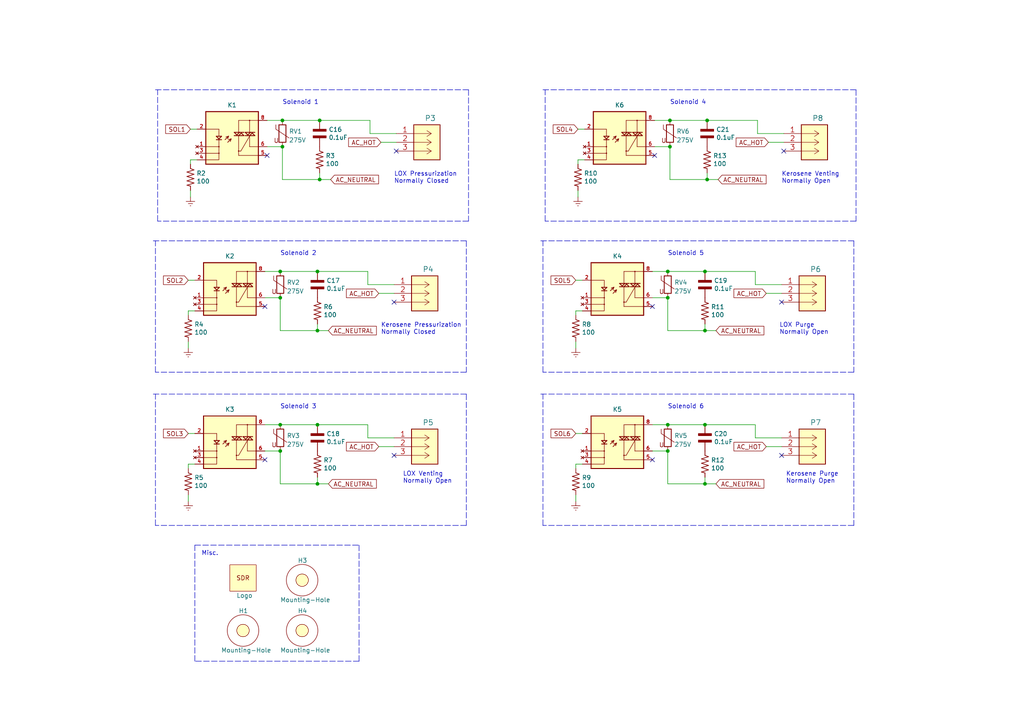
<source format=kicad_sch>
(kicad_sch (version 20211123) (generator eeschema)
  (paper "A4")
  (title_block (title "Solenoids") (date "2021-12-25") (rev "1.0"))
  (lib_symbols
    (symbol "L0005-Valve-Controller:647676-3" (pin_names (offset 0.254) hide)
      (property "Reference" "P" (at 6.35 5.08 0))
      (symbol "647676-3_0_0"
        (rectangle (start 5.08 2.54) (end 12.7 -7.62) (stroke (width 0.254)) (fill (type background)))
      )
      (symbol "647676-3_1_1"
        (polyline (pts (xy 5.08 -7.62) (xy 12.7 -7.62)) (stroke (width 0.127)))
        (polyline (pts (xy 5.08 2.54) (xy 5.08 -7.62)) (stroke (width 0.127)))
        (polyline (pts (xy 10.16 -5.08) (xy 5.08 -5.08)) (stroke (width 0.127)))
        (polyline (pts (xy 10.16 -5.08) (xy 8.89 -5.9182)) (stroke (width 0.127)))
        (polyline (pts (xy 10.16 -5.08) (xy 8.89 -4.2418)) (stroke (width 0.127)))
        (polyline (pts (xy 10.16 -2.54) (xy 5.08 -2.54)) (stroke (width 0.127)))
        (polyline (pts (xy 10.16 -2.54) (xy 8.89 -3.3782)) (stroke (width 0.127)))
        (polyline (pts (xy 10.16 -2.54) (xy 8.89 -1.7018)) (stroke (width 0.127)))
        (polyline (pts (xy 10.16 0) (xy 5.08 0)) (stroke (width 0.127)))
        (polyline (pts (xy 10.16 0) (xy 8.89 -0.8382)) (stroke (width 0.127)))
        (polyline (pts (xy 10.16 0) (xy 8.89 0.8382)) (stroke (width 0.127)))
        (polyline (pts (xy 12.7 -7.62) (xy 12.7 2.54)) (stroke (width 0.127)))
        (polyline (pts (xy 12.7 2.54) (xy 5.08 2.54)) (stroke (width 0.127)))
        (pin passive line (at 0 0 0) (length 5.08) (name "1") (number "1"))
        (pin passive line (at 0 -2.54 0) (length 5.08) (name "2") (number "2"))
        (pin passive line (at 0 -5.08 0) (length 5.08) (name "3") (number "3"))
      )
    )
    (symbol "L0005-Valve-Controller:AQH0223AX" (pin_names (offset 1.016) hide)
      (property "Reference" "K" (at -7.62 8.382 0))
      (symbol "AQH0223AX_0_0"
        (rectangle (start -7.62 7.62) (end 7.62 -7.62) (stroke (width 0.254)) (fill (type background)))
        (circle (center -3.81 -4.445) (radius 0.127) (stroke (width 0.1524)))
        (circle (center -3.81 -2.54) (radius 0.127) (stroke (width 0.1524)))
        (polyline (pts (xy -7.62 -7.62) (xy 7.62 -7.62)) (stroke (width 0.254)))
        (polyline (pts (xy -7.62 2.54) (xy -3.81 2.54)) (stroke (width 0.1524)))
        (polyline (pts (xy -7.62 7.62) (xy -7.62 -7.62)) (stroke (width 0.254)))
        (polyline (pts (xy -4.572 -0.508) (xy -3.81 -0.508)) (stroke (width 0.254)))
        (polyline (pts (xy -4.572 0.4826) (xy -3.81 -0.2794)) (stroke (width 0.254)))
        (polyline (pts (xy -3.81 -2.54) (xy -7.62 -2.54)) (stroke (width 0.1524)))
        (polyline (pts (xy -3.81 -0.508) (xy -3.81 -2.54)) (stroke (width 0.1524)))
        (polyline (pts (xy -3.81 -0.508) (xy -3.048 -0.508)) (stroke (width 0.254)))
        (polyline (pts (xy -3.81 -0.2794) (xy -3.048 0.4826)) (stroke (width 0.254)))
        (polyline (pts (xy -3.81 0.4826) (xy -4.572 0.4826)) (stroke (width 0.254)))
        (polyline (pts (xy -3.81 0.4826) (xy -3.048 0.4826)) (stroke (width 0.254)))
        (polyline (pts (xy -3.81 2.54) (xy -3.81 0.4826)) (stroke (width 0.1524)))
        (polyline (pts (xy -2.032 -0.508) (xy -1.016 0.508)) (stroke (width 0.2032)))
        (polyline (pts (xy -1.27 -1.27) (xy -0.254 -0.254)) (stroke (width 0.2032)))
        (polyline (pts (xy -1.016 0.508) (xy -1.778 0.254)) (stroke (width 0.2032)))
        (polyline (pts (xy -1.016 0.508) (xy -1.27 -0.254)) (stroke (width 0.2032)))
        (polyline (pts (xy -0.254 -0.254) (xy -1.016 -0.508)) (stroke (width 0.2032)))
        (polyline (pts (xy -0.254 -0.254) (xy -0.508 -1.016)) (stroke (width 0.2032)))
        (polyline (pts (xy 0.6096 0.6604) (xy 1.905 0.6604)) (stroke (width 0.254)))
        (polyline (pts (xy 0.635 1.6256) (xy 1.397 0.8636)) (stroke (width 0.254)))
        (polyline (pts (xy 1.397 0.8636) (xy 2.159 1.6256)) (stroke (width 0.254)))
        (polyline (pts (xy 1.905 0.508) (xy 1.905 -5.08)) (stroke (width 0.1524)))
        (polyline (pts (xy 1.905 0.6604) (xy 3.429 0.6604)) (stroke (width 0.254)))
        (polyline (pts (xy 1.905 5.08) (xy 1.905 1.778)) (stroke (width 0.1524)))
        (polyline (pts (xy 1.905 5.08) (xy 5.08 5.08)) (stroke (width 0.1524)))
        (polyline (pts (xy 2.159 1.6256) (xy 0.635 1.6256)) (stroke (width 0.254)))
        (polyline (pts (xy 2.159 1.6256) (xy 3.429 1.6256)) (stroke (width 0.254)))
        (polyline (pts (xy 2.54 -3.81) (xy 1.905 -3.81)) (stroke (width 0.1524)))
        (polyline (pts (xy 2.667 1.4224) (xy 1.905 0.6604)) (stroke (width 0.254)))
        (polyline (pts (xy 3.429 0.6604) (xy 2.667 1.4224)) (stroke (width 0.254)))
        (polyline (pts (xy 3.7846 0.6604) (xy 5.08 0.6604)) (stroke (width 0.254)))
        (polyline (pts (xy 3.81 1.6256) (xy 4.572 0.8636)) (stroke (width 0.254)))
        (polyline (pts (xy 4.572 0.8636) (xy 5.334 1.6256)) (stroke (width 0.254)))
        (polyline (pts (xy 5.08 -2.54) (xy 7.62 -2.54)) (stroke (width 0.1524)))
        (polyline (pts (xy 5.08 0.508) (xy 2.54 -3.81)) (stroke (width 0.1524)))
        (polyline (pts (xy 5.08 0.635) (xy 5.08 -2.54)) (stroke (width 0.1524)))
        (polyline (pts (xy 5.08 0.6604) (xy 6.604 0.6604)) (stroke (width 0.254)))
        (polyline (pts (xy 5.08 5.08) (xy 5.08 1.778)) (stroke (width 0.1524)))
        (polyline (pts (xy 5.08 5.08) (xy 7.62 5.08)) (stroke (width 0.1524)))
        (polyline (pts (xy 5.334 1.6256) (xy 3.81 1.6256)) (stroke (width 0.254)))
        (polyline (pts (xy 5.334 1.6256) (xy 6.604 1.6256)) (stroke (width 0.254)))
        (polyline (pts (xy 5.842 1.4224) (xy 5.08 0.6604)) (stroke (width 0.254)))
        (polyline (pts (xy 6.604 0.6604) (xy 5.842 1.4224)) (stroke (width 0.254)))
        (polyline (pts (xy 7.62 -7.62) (xy 7.62 -2.54)) (stroke (width 0.254)))
        (polyline (pts (xy 7.62 -5.08) (xy 1.905 -5.08)) (stroke (width 0.1524)))
        (polyline (pts (xy 7.62 -2.54) (xy 7.62 7.62)) (stroke (width 0.254)))
        (polyline (pts (xy 7.62 7.62) (xy -7.62 7.62)) (stroke (width 0.254)) (fill (type background)))
        (circle (center 1.905 -3.81) (radius 0.127) (stroke (width 0.1524)))
        (circle (center 5.08 5.08) (radius 0.127) (stroke (width 0.1524)))
        (pin no_connect line (at -10.16 -2.54 0) (length 2.54) (name "~") (number "1"))
        (pin passive line (at -10.16 2.54 0) (length 2.54) (name "~") (number "2"))
        (pin no_connect line (at -10.16 -4.445 0) (length 2.54) (name "~") (number "3"))
        (pin passive line (at -10.16 -6.35 0) (length 2.54) (name "~") (number "4"))
        (pin passive line (at 10.16 -5.08 180) (length 2.54) (name "~") (number "5"))
        (pin passive line (at 10.16 -2.54 180) (length 2.54) (name "~") (number "6"))
        (pin passive line (at 10.16 5.08 180) (length 2.54) (name "~") (number "8"))
      )
      (symbol "AQH0223AX_1_1"
        (polyline (pts (xy -3.81 -4.445) (xy -3.81 -6.35) (xy -7.62 -6.35)))
        (polyline (pts (xy -3.81 -2.54) (xy -3.81 -4.445) (xy -7.62 -4.445)))
      )
    )
    (symbol "L0005-Valve-Controller:CAP_1206" (pin_numbers hide) (pin_names (offset 1.016) hide)
      (property "Reference" "C" (at -1.27 3.81 0))
      (property "Value" "CAP_1206" (at -3.81 -3.81 0))
      (symbol "CAP_1206_0_0"
        (rectangle (start -1.27 -1.905) (end -0.635 1.905) (fill (type outline)))
        (rectangle (start 0.635 -1.905) (end 1.27 1.905) (fill (type outline)))
        (pin passive line (at 3.81 0 180) (length 2.54) (name "~") (number "1"))
        (pin passive line (at -3.81 0 0) (length 2.54) (name "~") (number "2"))
      )
    )
    (symbol "L0005-Valve-Controller:Earth" (power) (pin_names (offset 0))
      (symbol "Earth_0_1"
        (polyline (pts (xy -0.635 -1.905) (xy 0.635 -1.905)))
        (polyline (pts (xy -0.127 -2.54) (xy 0.127 -2.54)))
        (polyline (pts (xy 0 -1.27) (xy 0 0)))
        (polyline (pts (xy 1.27 -1.27) (xy -1.27 -1.27)))
      )
      (symbol "Earth_1_1"
        (pin power_in line (at 0 0 270) (length 0) hide (name "Earth") (number "1"))
      )
    )
    (symbol "L0005-Valve-Controller:Logo" (pin_names (offset 1.016))
      (property "Value" "Logo" (at 0 -5.08 0))
      (symbol "Logo_0_0"
        (text "SDR" (at 0 0 0) (effects (font (size 1.27 1.27))))
      )
      (symbol "Logo_0_1"
        (rectangle (start -3.81 3.81) (end 3.81 -3.81) (fill (type background)))
      )
    )
    (symbol "L0005-Valve-Controller:Mounting-Hole" (pin_names (offset 1.016))
      (property "Reference" "H" (at 0 6.35 0))
      (property "Value" "Mounting-Hole" (at 0 -5.08 0))
      (symbol "Mounting-Hole_0_1"
        (circle (center 0 0) (radius 1.8034) (fill (type background)))
        (circle (center 0 0) (radius 4.572))
      )
    )
    (symbol "L0005-Valve-Controller:RES_0603" (pin_numbers hide) (pin_names (offset 1.016) hide)
      (property "Reference" "R" (at -1.27 1.27 0))
      (property "Value" "RES_0603" (at -3.81 -2.54 0))
      (symbol "RES_0603_0_0"
        (polyline (pts (xy -2.54 0) (xy -2.159 1.016)) (stroke (width 0.2032)))
        (polyline (pts (xy -2.159 1.016) (xy -1.524 -1.016)) (stroke (width 0.2032)))
        (polyline (pts (xy -1.524 -1.016) (xy -0.889 1.016)) (stroke (width 0.2032)))
        (polyline (pts (xy -0.889 1.016) (xy -0.254 -1.016)) (stroke (width 0.2032)))
        (polyline (pts (xy -0.254 -1.016) (xy 0.381 1.016)) (stroke (width 0.2032)))
        (polyline (pts (xy 0.381 1.016) (xy 1.016 -1.016)) (stroke (width 0.2032)))
        (polyline (pts (xy 1.016 -1.016) (xy 1.651 1.016)) (stroke (width 0.2032)))
        (polyline (pts (xy 1.651 1.016) (xy 2.286 -1.016)) (stroke (width 0.2032)))
        (polyline (pts (xy 2.286 -1.016) (xy 2.54 0)) (stroke (width 0.2032)))
        (pin passive line (at -3.81 0 0) (length 1.27) (name "~") (number "1"))
        (pin passive line (at 3.81 0 180) (length 1.27) (name "~") (number "2"))
      )
    )
    (symbol "L0005-Valve-Controller:Varistor" (pin_numbers hide) (pin_names (offset 0))
      (property "Reference" "RV" (at 3.175 0 90))
      (property "Value" "Varistor" (at -3.175 0 90))
      (symbol "Varistor_0_0"
        (text "U" (at -1.778 -2.032 0) (effects (font (size 1.27 1.27))))
      )
      (symbol "Varistor_0_1"
        (rectangle (start -1.016 -2.54) (end 1.016 2.54) (stroke (width 0.254)))
        (polyline (pts (xy -1.905 2.54) (xy -1.905 1.27) (xy 1.905 -1.27)))
      )
      (symbol "Varistor_1_1"
        (pin passive line (at 0 3.81 270) (length 1.27) (name "~") (number "1"))
        (pin passive line (at 0 -3.81 90) (length 1.27) (name "~") (number "2"))
      )
    )
  )
  (junction (at 193.675 123.19))
  (junction (at 193.675 78.74))
  (junction (at 194.31 34.925))
  (junction (at 205.105 34.925))
  (junction (at 92.075 95.885))
  (junction (at 92.71 34.925))
  (junction (at 193.675 86.36))
  (junction (at 194.31 42.545))
  (junction (at 205.105 52.07))
  (junction (at 81.915 42.545))
  (junction (at 81.915 34.925))
  (junction (at 204.47 123.19))
  (junction (at 81.28 130.81))
  (junction (at 81.28 86.36))
  (junction (at 81.28 78.74))
  (junction (at 92.075 123.19))
  (junction (at 92.075 140.335))
  (junction (at 92.71 52.07))
  (junction (at 92.075 78.74))
  (junction (at 204.47 140.335))
  (junction (at 204.47 95.885))
  (junction (at 81.28 123.19))
  (junction (at 193.675 130.81))
  (junction (at 204.47 78.74))
  (no_connect (at 189.23 133.35))
  (no_connect (at 114.3 132.08))
  (no_connect (at 114.3 87.63))
  (no_connect (at 77.47 45.085))
  (no_connect (at 189.865 45.085))
  (no_connect (at 76.835 88.9))
  (no_connect (at 227.33 43.815))
  (no_connect (at 76.835 133.35))
  (no_connect (at 226.695 132.08))
  (no_connect (at 226.695 87.63))
  (no_connect (at 189.23 88.9))
  (no_connect (at 114.935 43.815))
  (wire (pts (xy 92.075 93.98) (xy 92.075 95.885)))
  (polyline (pts (xy 104.14 191.77) (xy 56.515 191.77)))
  (polyline (pts (xy 135.255 107.95) (xy 45.085 107.95)))
  (wire (pts (xy 109.855 85.09) (xy 114.3 85.09)))
  (wire (pts (xy 81.28 123.19) (xy 76.835 123.19)))
  (wire (pts (xy 92.075 95.885) (xy 95.25 95.885)))
  (polyline (pts (xy 135.255 152.4) (xy 45.085 152.4)))
  (wire (pts (xy 204.47 93.98) (xy 204.47 95.885)))
  (wire (pts (xy 92.075 138.43) (xy 92.075 140.335)))
  (wire (pts (xy 81.28 86.36) (xy 76.835 86.36)))
  (polyline (pts (xy 157.48 152.4) (xy 157.48 114.3)))
  (wire (pts (xy 55.245 46.355) (xy 57.15 46.355)))
  (wire (pts (xy 54.61 145.415) (xy 54.61 143.51)))
  (wire (pts (xy 81.28 95.885) (xy 81.28 86.36)))
  (wire (pts (xy 194.31 52.07) (xy 194.31 42.545)))
  (wire (pts (xy 204.47 95.885) (xy 207.645 95.885)))
  (polyline (pts (xy 247.65 152.4) (xy 157.48 152.4)))
  (wire (pts (xy 167.005 91.44) (xy 167.005 90.17)))
  (wire (pts (xy 54.61 100.965) (xy 54.61 99.06)))
  (wire (pts (xy 193.675 140.335) (xy 193.675 130.81)))
  (wire (pts (xy 81.915 34.925) (xy 92.71 34.925)))
  (wire (pts (xy 92.71 50.165) (xy 92.71 52.07)))
  (polyline (pts (xy 248.285 26.035) (xy 248.285 64.135)))
  (wire (pts (xy 81.28 123.19) (xy 92.075 123.19)))
  (polyline (pts (xy 56.515 191.77) (xy 56.515 158.115)))
  (wire (pts (xy 106.68 78.74) (xy 106.68 82.55)))
  (polyline (pts (xy 157.48 107.95) (xy 157.48 69.85)))
  (wire (pts (xy 194.31 34.925) (xy 205.105 34.925)))
  (polyline (pts (xy 135.255 114.3) (xy 135.255 152.4)))
  (wire (pts (xy 193.675 78.74) (xy 189.23 78.74)))
  (wire (pts (xy 204.47 140.335) (xy 207.645 140.335)))
  (wire (pts (xy 219.71 34.925) (xy 219.71 38.735)))
  (polyline (pts (xy 247.65 69.85) (xy 247.65 107.95)))
  (wire (pts (xy 204.47 78.74) (xy 219.075 78.74)))
  (wire (pts (xy 81.28 78.74) (xy 92.075 78.74)))
  (wire (pts (xy 193.675 123.19) (xy 204.47 123.19)))
  (polyline (pts (xy 104.14 158.115) (xy 104.14 191.77)))
  (wire (pts (xy 106.68 82.55) (xy 114.3 82.55)))
  (polyline (pts (xy 156.845 69.85) (xy 247.65 69.85)))
  (wire (pts (xy 167.64 47.625) (xy 167.64 46.355)))
  (wire (pts (xy 81.915 52.07) (xy 81.915 42.545)))
  (wire (pts (xy 219.075 123.19) (xy 219.075 127)))
  (wire (pts (xy 81.28 140.335) (xy 81.28 130.81)))
  (wire (pts (xy 81.915 34.925) (xy 77.47 34.925)))
  (polyline (pts (xy 135.255 69.85) (xy 135.255 107.95)))
  (wire (pts (xy 193.675 95.885) (xy 204.47 95.885)))
  (wire (pts (xy 54.61 91.44) (xy 54.61 90.17)))
  (wire (pts (xy 194.31 34.925) (xy 189.865 34.925)))
  (wire (pts (xy 193.675 130.81) (xy 189.23 130.81)))
  (wire (pts (xy 107.315 34.925) (xy 107.315 38.735)))
  (wire (pts (xy 55.245 57.15) (xy 55.245 55.245)))
  (wire (pts (xy 219.71 38.735) (xy 227.33 38.735)))
  (wire (pts (xy 193.675 140.335) (xy 204.47 140.335)))
  (polyline (pts (xy 135.89 64.135) (xy 45.72 64.135)))
  (wire (pts (xy 54.61 81.28) (xy 56.515 81.28)))
  (wire (pts (xy 205.105 34.925) (xy 219.71 34.925)))
  (polyline (pts (xy 135.89 26.035) (xy 135.89 64.135)))
  (wire (pts (xy 222.25 129.54) (xy 226.695 129.54)))
  (wire (pts (xy 81.915 52.07) (xy 92.71 52.07)))
  (wire (pts (xy 54.61 125.73) (xy 56.515 125.73)))
  (wire (pts (xy 92.075 123.19) (xy 106.68 123.19)))
  (wire (pts (xy 167.005 145.415) (xy 167.005 143.51)))
  (wire (pts (xy 109.855 129.54) (xy 114.3 129.54)))
  (wire (pts (xy 204.47 138.43) (xy 204.47 140.335)))
  (polyline (pts (xy 247.65 107.95) (xy 157.48 107.95)))
  (wire (pts (xy 167.005 81.28) (xy 168.91 81.28)))
  (wire (pts (xy 193.675 123.19) (xy 189.23 123.19)))
  (polyline (pts (xy 44.45 114.3) (xy 135.255 114.3)))
  (wire (pts (xy 222.885 41.275) (xy 227.33 41.275)))
  (wire (pts (xy 219.075 78.74) (xy 219.075 82.55)))
  (wire (pts (xy 167.64 46.355) (xy 169.545 46.355)))
  (polyline (pts (xy 56.515 158.115) (xy 104.14 158.115)))
  (wire (pts (xy 106.68 123.19) (xy 106.68 127)))
  (wire (pts (xy 110.49 41.275) (xy 114.935 41.275)))
  (wire (pts (xy 54.61 135.89) (xy 54.61 134.62)))
  (wire (pts (xy 167.005 135.89) (xy 167.005 134.62)))
  (wire (pts (xy 92.075 140.335) (xy 95.25 140.335)))
  (wire (pts (xy 193.675 86.36) (xy 189.23 86.36)))
  (polyline (pts (xy 45.72 64.135) (xy 45.72 26.035)))
  (polyline (pts (xy 44.45 69.85) (xy 135.255 69.85)))
  (wire (pts (xy 55.245 47.625) (xy 55.245 46.355)))
  (wire (pts (xy 81.915 42.545) (xy 77.47 42.545)))
  (wire (pts (xy 193.675 78.74) (xy 204.47 78.74)))
  (wire (pts (xy 106.68 127) (xy 114.3 127)))
  (wire (pts (xy 219.075 82.55) (xy 226.695 82.55)))
  (wire (pts (xy 205.105 50.165) (xy 205.105 52.07)))
  (wire (pts (xy 81.28 130.81) (xy 76.835 130.81)))
  (polyline (pts (xy 248.285 64.135) (xy 158.115 64.135)))
  (wire (pts (xy 167.005 134.62) (xy 168.91 134.62)))
  (wire (pts (xy 92.71 34.925) (xy 107.315 34.925)))
  (wire (pts (xy 107.315 38.735) (xy 114.935 38.735)))
  (wire (pts (xy 193.675 95.885) (xy 193.675 86.36)))
  (wire (pts (xy 167.005 100.965) (xy 167.005 99.06)))
  (wire (pts (xy 92.71 52.07) (xy 95.885 52.07)))
  (wire (pts (xy 167.64 37.465) (xy 169.545 37.465)))
  (wire (pts (xy 54.61 90.17) (xy 56.515 90.17)))
  (wire (pts (xy 81.28 95.885) (xy 92.075 95.885)))
  (polyline (pts (xy 157.48 26.035) (xy 248.285 26.035)))
  (wire (pts (xy 194.31 52.07) (xy 205.105 52.07)))
  (polyline (pts (xy 45.085 26.035) (xy 135.89 26.035)))
  (wire (pts (xy 167.005 90.17) (xy 168.91 90.17)))
  (wire (pts (xy 92.075 78.74) (xy 106.68 78.74)))
  (polyline (pts (xy 158.115 64.135) (xy 158.115 26.035)))
  (wire (pts (xy 81.28 140.335) (xy 92.075 140.335)))
  (wire (pts (xy 167.64 57.15) (xy 167.64 55.245)))
  (wire (pts (xy 54.61 134.62) (xy 56.515 134.62)))
  (polyline (pts (xy 247.65 114.3) (xy 247.65 152.4)))
  (polyline (pts (xy 45.085 152.4) (xy 45.085 114.3)))
  (wire (pts (xy 219.075 127) (xy 226.695 127)))
  (polyline (pts (xy 156.845 114.3) (xy 247.65 114.3)))
  (polyline (pts (xy 45.085 107.95) (xy 45.085 69.85)))
  (wire (pts (xy 204.47 123.19) (xy 219.075 123.19)))
  (wire (pts (xy 194.31 42.545) (xy 189.865 42.545)))
  (wire (pts (xy 167.005 125.73) (xy 168.91 125.73)))
  (wire (pts (xy 55.245 37.465) (xy 57.15 37.465)))
  (wire (pts (xy 222.25 85.09) (xy 226.695 85.09)))
  (wire (pts (xy 205.105 52.07) (xy 208.28 52.07)))
  (wire (pts (xy 81.28 78.74) (xy 76.835 78.74)))
  (text "LOX Venting\nNormally Open" (at 116.84 140.335 0) (effects (font (size 1.27 1.27)) (justify left bottom)))
  (text "Solenoid 5" (at 193.675 74.295 0) (effects (font (size 1.27 1.27)) (justify left bottom)))
  (text "Solenoid 4" (at 194.31 30.48 0) (effects (font (size 1.27 1.27)) (justify left bottom)))
  (text "LOX Purge\nNormally Open" (at 226.06 97.155 0) (effects (font (size 1.27 1.27)) (justify left bottom)))
  (text "Kerosene Venting\nNormally Open" (at 226.695 53.34 0) (effects (font (size 1.27 1.27)) (justify left bottom)))
  (text "Kerosene Pressurization\nNormally Closed" (at 110.49 97.155 0) (effects (font (size 1.27 1.27)) (justify left bottom)))
  (text "LOX Pressurization\nNormally Closed" (at 114.3 53.34 0) (effects (font (size 1.27 1.27)) (justify left bottom)))
  (text "Solenoid 3" (at 81.28 118.745 0) (effects (font (size 1.27 1.27)) (justify left bottom)))
  (text "Kerosene Purge\nNormally Open" (at 227.965 140.335 0) (effects (font (size 1.27 1.27)) (justify left bottom)))
  (text "Solenoid 2" (at 81.28 74.295 0) (effects (font (size 1.27 1.27)) (justify left bottom)))
  (text "Solenoid 1" (at 81.915 30.48 0) (effects (font (size 1.27 1.27)) (justify left bottom)))
  (text "Misc." (at 58.42 161.29 0) (effects (font (size 1.27 1.27)) (justify left bottom)))
  (text "Solenoid 6" (at 193.675 118.745 0) (effects (font (size 1.27 1.27)) (justify left bottom)))
  (global_label "SOL4" (shape input) (at 167.64 37.465 180) (property "Intersheet References" "${INTERSHEET_REFS}" (effects hide)))
  (global_label "SOL6" (shape input) (at 167.005 125.73 180) (property "Intersheet References" "${INTERSHEET_REFS}" (effects hide)))
  (global_label "SOL2" (shape input) (at 54.61 81.28 180) (property "Intersheet References" "${INTERSHEET_REFS}" (effects hide)))
  (global_label "AC_HOT" (shape input) (at 110.49 41.275 180) (property "Intersheet References" "${INTERSHEET_REFS}" (effects hide)))
  (global_label "AC_NEUTRAL" (shape input) (at 207.645 95.885 0) (property "Intersheet References" "${INTERSHEET_REFS}" (effects hide)))
  (global_label "SOL1" (shape input) (at 55.245 37.465 180) (property "Intersheet References" "${INTERSHEET_REFS}" (effects hide)))
  (global_label "AC_HOT" (shape input) (at 222.25 85.09 180) (property "Intersheet References" "${INTERSHEET_REFS}" (effects hide)))
  (global_label "AC_HOT" (shape input) (at 109.855 85.09 180) (property "Intersheet References" "${INTERSHEET_REFS}" (effects hide)))
  (global_label "AC_HOT" (shape input) (at 222.25 129.54 180) (property "Intersheet References" "${INTERSHEET_REFS}" (effects hide)))
  (global_label "AC_HOT" (shape input) (at 222.885 41.275 180) (property "Intersheet References" "${INTERSHEET_REFS}" (effects hide)))
  (global_label "AC_NEUTRAL" (shape input) (at 95.25 95.885 0) (property "Intersheet References" "${INTERSHEET_REFS}" (effects hide)))
  (global_label "SOL5" (shape input) (at 167.005 81.28 180) (property "Intersheet References" "${INTERSHEET_REFS}" (effects hide)))
  (global_label "AC_NEUTRAL" (shape input) (at 95.25 140.335 0) (property "Intersheet References" "${INTERSHEET_REFS}" (effects hide)))
  (global_label "AC_NEUTRAL" (shape input) (at 208.28 52.07 0) (property "Intersheet References" "${INTERSHEET_REFS}" (effects hide)))
  (global_label "AC_HOT" (shape input) (at 109.855 129.54 180) (property "Intersheet References" "${INTERSHEET_REFS}" (effects hide)))
  (global_label "AC_NEUTRAL" (shape input) (at 95.885 52.07 0) (property "Intersheet References" "${INTERSHEET_REFS}" (effects hide)))
  (global_label "SOL3" (shape input) (at 54.61 125.73 180) (property "Intersheet References" "${INTERSHEET_REFS}" (effects hide)))
  (global_label "AC_NEUTRAL" (shape input) (at 207.645 140.335 0) (property "Intersheet References" "${INTERSHEET_REFS}" (effects hide)))
  (symbol (lib_id "L0005-Valve-Controller:RES_0603") (at 55.245 51.435 270)
    (property "Reference" "R2" (at 56.9976 50.2666 90) (effects (justify left)))
    (property "Value" "100" (at 56.9976 52.578 90) (effects (justify left)))
    (property "Footprint" "L0005-Valve-Controller:RES_0603" (effects hide))
  )
  (symbol (lib_id "L0005-Valve-Controller:Earth") (at 55.245 57.15 0)
    (property "Reference" "#PWR011" (effects hide))
    (property "Value" "Earth" (effects hide))
  )
  (symbol (lib_id "L0005-Valve-Controller:AQH0223AX") (at 67.31 40.005 0)
    (property "Reference" "K1" (at 67.31 30.48 0))
    (property "Value" "AQH0223AX" (effects hide))
    (property "Footprint" "L0005-Valve-Controller:RELAY_AQH0223AX" (effects hide))
  )
  (symbol (lib_id "L0005-Valve-Controller:Varistor") (at 81.915 38.735 0)
    (property "Reference" "RV1" (at 83.82 38.1 0) (effects (justify left)))
    (property "Value" "275V" (at 83.82 40.64 0) (effects (justify left)))
    (property "Footprint" "L0005-Valve-Controller:PV275K4032R2" (effects hide))
  )
  (symbol (lib_id "L0005-Valve-Controller:CAP_1206") (at 92.71 38.735 270)
    (property "Reference" "C16" (at 95.3262 37.5666 90) (effects (justify left)))
    (property "Value" "0.1uF" (at 95.3262 39.878 90) (effects (justify left)))
    (property "Footprint" "L0005-Valve-Controller:CAP_1206" (effects hide))
  )
  (symbol (lib_id "L0005-Valve-Controller:RES_0603") (at 92.71 46.355 270)
    (property "Reference" "R3" (at 94.4626 45.1866 90) (effects (justify left)))
    (property "Value" "100" (at 94.4626 47.498 90) (effects (justify left)))
    (property "Footprint" "L0005-Valve-Controller:RES_0603" (effects hide))
  )
  (symbol (lib_id "L0005-Valve-Controller:647676-3") (at 114.935 38.735 0) (unit 1)
    (property "Reference" "P3" (at 123.19 34.29 0) (effects (font (size 1.524 1.524)) (justify left)))
    (property "Value" "647676-3" (effects hide))
    (property "Footprint" "L0005-Valve-Controller:353130360" (effects hide))
  )
  (symbol (lib_id "L0005-Valve-Controller:RES_0603") (at 54.61 95.25 270)
    (property "Reference" "R4" (at 56.3626 94.0816 90) (effects (justify left)))
    (property "Value" "100" (at 56.3626 96.393 90) (effects (justify left)))
    (property "Footprint" "L0005-Valve-Controller:RES_0603" (effects hide))
  )
  (symbol (lib_id "L0005-Valve-Controller:Earth") (at 54.61 100.965 0)
    (property "Reference" "#PWR012" (effects hide))
    (property "Value" "Earth" (effects hide))
  )
  (symbol (lib_id "L0005-Valve-Controller:AQH0223AX") (at 66.675 83.82 0)
    (property "Reference" "K2" (at 66.675 74.295 0))
    (property "Value" "AQH0223AX" (effects hide))
    (property "Footprint" "L0005-Valve-Controller:RELAY_AQH0223AX" (effects hide))
  )
  (symbol (lib_id "L0005-Valve-Controller:Varistor") (at 81.28 82.55 0)
    (property "Reference" "RV2" (at 83.185 81.915 0) (effects (justify left)))
    (property "Value" "275V" (at 83.185 84.455 0) (effects (justify left)))
    (property "Footprint" "L0005-Valve-Controller:PV275K4032R2" (effects hide))
  )
  (symbol (lib_id "L0005-Valve-Controller:CAP_1206") (at 92.075 82.55 270)
    (property "Reference" "C17" (at 94.6912 81.3816 90) (effects (justify left)))
    (property "Value" "0.1uF" (at 94.6912 83.693 90) (effects (justify left)))
    (property "Footprint" "L0005-Valve-Controller:CAP_1206" (effects hide))
  )
  (symbol (lib_id "L0005-Valve-Controller:647676-3") (at 114.3 82.55 0) (unit 1)
    (property "Reference" "P4" (at 122.555 78.105 0) (effects (font (size 1.524 1.524)) (justify left)))
    (property "Value" "647676-3" (effects hide))
    (property "Footprint" "L0005-Valve-Controller:353130360" (effects hide))
  )
  (symbol (lib_id "L0005-Valve-Controller:RES_0603") (at 92.075 90.17 270)
    (property "Reference" "R6" (at 93.8276 89.0016 90) (effects (justify left)))
    (property "Value" "100" (at 93.8276 91.313 90) (effects (justify left)))
    (property "Footprint" "L0005-Valve-Controller:RES_0603" (effects hide))
  )
  (symbol (lib_id "L0005-Valve-Controller:RES_0603") (at 54.61 139.7 270)
    (property "Reference" "R5" (at 56.3626 138.5316 90) (effects (justify left)))
    (property "Value" "100" (at 56.3626 140.843 90) (effects (justify left)))
    (property "Footprint" "L0005-Valve-Controller:RES_0603" (effects hide))
  )
  (symbol (lib_id "L0005-Valve-Controller:Earth") (at 54.61 145.415 0)
    (property "Reference" "#PWR013" (effects hide))
    (property "Value" "Earth" (effects hide))
  )
  (symbol (lib_id "L0005-Valve-Controller:AQH0223AX") (at 66.675 128.27 0)
    (property "Reference" "K3" (at 66.675 118.745 0))
    (property "Value" "AQH0223AX" (effects hide))
    (property "Footprint" "L0005-Valve-Controller:RELAY_AQH0223AX" (effects hide))
  )
  (symbol (lib_id "L0005-Valve-Controller:Varistor") (at 81.28 127 0)
    (property "Reference" "RV3" (at 83.185 126.365 0) (effects (justify left)))
    (property "Value" "275V" (at 83.185 128.905 0) (effects (justify left)))
    (property "Footprint" "L0005-Valve-Controller:PV275K4032R2" (effects hide))
  )
  (symbol (lib_id "L0005-Valve-Controller:CAP_1206") (at 92.075 127 270)
    (property "Reference" "C18" (at 94.6912 125.8316 90) (effects (justify left)))
    (property "Value" "0.1uF" (at 94.6912 128.143 90) (effects (justify left)))
    (property "Footprint" "L0005-Valve-Controller:CAP_1206" (effects hide))
  )
  (symbol (lib_id "L0005-Valve-Controller:647676-3") (at 114.3 127 0) (unit 1)
    (property "Reference" "P5" (at 122.555 122.555 0) (effects (font (size 1.524 1.524)) (justify left)))
    (property "Value" "647676-3" (effects hide))
    (property "Footprint" "L0005-Valve-Controller:353130360" (effects hide))
  )
  (symbol (lib_id "L0005-Valve-Controller:RES_0603") (at 92.075 134.62 270)
    (property "Reference" "R7" (at 93.8276 133.4516 90) (effects (justify left)))
    (property "Value" "100" (at 93.8276 135.763 90) (effects (justify left)))
    (property "Footprint" "L0005-Valve-Controller:RES_0603" (effects hide))
  )
  (symbol (lib_id "L0005-Valve-Controller:RES_0603") (at 167.64 51.435 270)
    (property "Reference" "R10" (at 169.3926 50.2666 90) (effects (justify left)))
    (property "Value" "100" (at 169.3926 52.578 90) (effects (justify left)))
    (property "Footprint" "L0005-Valve-Controller:RES_0603" (effects hide))
  )
  (symbol (lib_id "L0005-Valve-Controller:Earth") (at 167.64 57.15 0)
    (property "Reference" "#PWR016" (effects hide))
    (property "Value" "Earth" (effects hide))
  )
  (symbol (lib_id "L0005-Valve-Controller:AQH0223AX") (at 179.705 40.005 0)
    (property "Reference" "K6" (at 179.705 30.48 0))
    (property "Value" "AQH0223AX" (effects hide))
    (property "Footprint" "L0005-Valve-Controller:RELAY_AQH0223AX" (effects hide))
  )
  (symbol (lib_id "L0005-Valve-Controller:Varistor") (at 194.31 38.735 0)
    (property "Reference" "RV6" (at 196.215 38.1 0) (effects (justify left)))
    (property "Value" "275V" (at 196.215 40.64 0) (effects (justify left)))
    (property "Footprint" "L0005-Valve-Controller:PV275K4032R2" (effects hide))
  )
  (symbol (lib_id "L0005-Valve-Controller:CAP_1206") (at 205.105 38.735 270)
    (property "Reference" "C21" (at 207.7212 37.5666 90) (effects (justify left)))
    (property "Value" "0.1uF" (at 207.7212 39.878 90) (effects (justify left)))
    (property "Footprint" "L0005-Valve-Controller:CAP_1206" (effects hide))
  )
  (symbol (lib_id "L0005-Valve-Controller:647676-3") (at 227.33 38.735 0) (unit 1)
    (property "Reference" "P8" (at 235.585 34.29 0) (effects (font (size 1.524 1.524)) (justify left)))
    (property "Value" "647676-3" (effects hide))
    (property "Footprint" "L0005-Valve-Controller:353130360" (effects hide))
  )
  (symbol (lib_id "L0005-Valve-Controller:RES_0603") (at 205.105 46.355 270)
    (property "Reference" "R13" (at 206.8576 45.1866 90) (effects (justify left)))
    (property "Value" "100" (at 206.8576 47.498 90) (effects (justify left)))
    (property "Footprint" "L0005-Valve-Controller:RES_0603" (effects hide))
  )
  (symbol (lib_id "L0005-Valve-Controller:RES_0603") (at 167.005 95.25 270)
    (property "Reference" "R8" (at 168.7576 94.0816 90) (effects (justify left)))
    (property "Value" "100" (at 168.7576 96.393 90) (effects (justify left)))
    (property "Footprint" "L0005-Valve-Controller:RES_0603" (effects hide))
  )
  (symbol (lib_id "L0005-Valve-Controller:Earth") (at 167.005 100.965 0)
    (property "Reference" "#PWR014" (effects hide))
    (property "Value" "Earth" (effects hide))
  )
  (symbol (lib_id "L0005-Valve-Controller:AQH0223AX") (at 179.07 83.82 0)
    (property "Reference" "K4" (at 179.07 74.295 0))
    (property "Value" "AQH0223AX" (effects hide))
    (property "Footprint" "L0005-Valve-Controller:RELAY_AQH0223AX" (effects hide))
  )
  (symbol (lib_id "L0005-Valve-Controller:Varistor") (at 193.675 82.55 0)
    (property "Reference" "RV4" (at 195.58 81.915 0) (effects (justify left)))
    (property "Value" "275V" (at 195.58 84.455 0) (effects (justify left)))
    (property "Footprint" "L0005-Valve-Controller:PV275K4032R2" (effects hide))
  )
  (symbol (lib_id "L0005-Valve-Controller:CAP_1206") (at 204.47 82.55 270)
    (property "Reference" "C19" (at 207.0862 81.3816 90) (effects (justify left)))
    (property "Value" "0.1uF" (at 207.0862 83.693 90) (effects (justify left)))
    (property "Footprint" "L0005-Valve-Controller:CAP_1206" (effects hide))
  )
  (symbol (lib_id "L0005-Valve-Controller:647676-3") (at 226.695 82.55 0) (unit 1)
    (property "Reference" "P6" (at 234.95 78.105 0) (effects (font (size 1.524 1.524)) (justify left)))
    (property "Value" "647676-3" (effects hide))
    (property "Footprint" "L0005-Valve-Controller:353130360" (effects hide))
  )
  (symbol (lib_id "L0005-Valve-Controller:RES_0603") (at 204.47 90.17 270)
    (property "Reference" "R11" (at 206.2226 89.0016 90) (effects (justify left)))
    (property "Value" "100" (at 206.2226 91.313 90) (effects (justify left)))
    (property "Footprint" "L0005-Valve-Controller:RES_0603" (effects hide))
  )
  (symbol (lib_id "L0005-Valve-Controller:RES_0603") (at 167.005 139.7 270)
    (property "Reference" "R9" (at 168.7576 138.5316 90) (effects (justify left)))
    (property "Value" "100" (at 168.7576 140.843 90) (effects (justify left)))
    (property "Footprint" "L0005-Valve-Controller:RES_0603" (effects hide))
  )
  (symbol (lib_id "L0005-Valve-Controller:Earth") (at 167.005 145.415 0)
    (property "Reference" "#PWR015" (effects hide))
    (property "Value" "Earth" (effects hide))
  )
  (symbol (lib_id "L0005-Valve-Controller:AQH0223AX") (at 179.07 128.27 0)
    (property "Reference" "K5" (at 179.07 118.745 0))
    (property "Value" "AQH0223AX" (effects hide))
    (property "Footprint" "L0005-Valve-Controller:RELAY_AQH0223AX" (effects hide))
  )
  (symbol (lib_id "L0005-Valve-Controller:Varistor") (at 193.675 127 0)
    (property "Reference" "RV5" (at 195.58 126.365 0) (effects (justify left)))
    (property "Value" "275V" (at 195.58 128.905 0) (effects (justify left)))
    (property "Footprint" "L0005-Valve-Controller:PV275K4032R2" (effects hide))
  )
  (symbol (lib_id "L0005-Valve-Controller:CAP_1206") (at 204.47 127 270)
    (property "Reference" "C20" (at 207.0862 125.8316 90) (effects (justify left)))
    (property "Value" "0.1uF" (at 207.0862 128.143 90) (effects (justify left)))
    (property "Footprint" "L0005-Valve-Controller:CAP_1206" (effects hide))
  )
  (symbol (lib_id "L0005-Valve-Controller:647676-3") (at 226.695 127 0) (unit 1)
    (property "Reference" "P7" (at 234.95 122.555 0) (effects (font (size 1.524 1.524)) (justify left)))
    (property "Value" "647676-3" (effects hide))
    (property "Footprint" "L0005-Valve-Controller:353130360" (effects hide))
  )
  (symbol (lib_id "L0005-Valve-Controller:RES_0603") (at 204.47 134.62 270)
    (property "Reference" "R12" (at 206.2226 133.4516 90) (effects (justify left)))
    (property "Value" "100" (at 206.2226 135.763 90) (effects (justify left)))
    (property "Footprint" "L0005-Valve-Controller:RES_0603" (effects hide))
  )
  (symbol (lib_id "L0005-Valve-Controller:Logo") (at 70.485 167.64 0) (unit 1)
    (property "Reference" "LOGO1" (effects hide))
    (property "Value" "Logo" (at 68.58 172.72 0) (effects (justify left)))
    (property "Footprint" "L0005-Valve-Controller:Logo" (effects hide))
  )
  (symbol (lib_id "L0005-Valve-Controller:Mounting-Hole") (at 87.63 168.275 0) (unit 1)
    (property "Reference" "H3" (at 86.36 162.56 0) (effects (justify left)))
    (property "Value" "Mounting-Hole" (at 81.28 173.99 0) (effects (justify left)))
    (property "Footprint" "L0005-Valve-Controller:MountingHole_4.3mm_M4_DIN965" (effects hide))
  )
  (symbol (lib_id "L0005-Valve-Controller:Mounting-Hole") (at 70.485 182.88 0) (unit 1)
    (property "Reference" "H1" (at 69.215 177.165 0) (effects (justify left)))
    (property "Value" "Mounting-Hole" (at 64.135 188.595 0) (effects (justify left)))
    (property "Footprint" "L0005-Valve-Controller:MountingHole_4.3mm_M4_DIN965" (effects hide))
  )
  (symbol (lib_id "L0005-Valve-Controller:Mounting-Hole") (at 87.63 182.88 0) (unit 1)
    (property "Reference" "H4" (at 86.36 177.165 0) (effects (justify left)))
    (property "Value" "Mounting-Hole" (at 81.28 188.595 0) (effects (justify left)))
    (property "Footprint" "L0005-Valve-Controller:MountingHole_4.3mm_M4_DIN965" (effects hide))
  )
)
</source>
